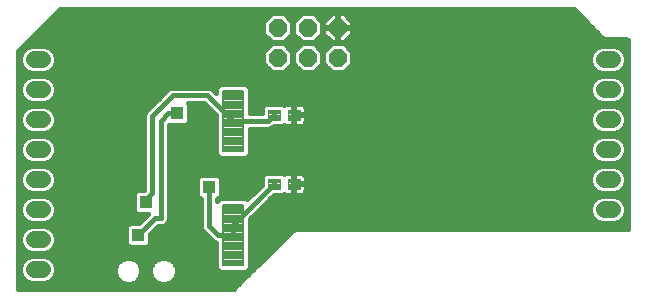
<source format=gbl>
G75*
%MOIN*%
%OFA0B0*%
%FSLAX24Y24*%
%IPPOS*%
%LPD*%
%AMOC8*
5,1,8,0,0,1.08239X$1,22.5*
%
%ADD10OC8,0.0610*%
%ADD11C,0.0560*%
%ADD12C,0.0076*%
%ADD13C,0.0039*%
%ADD14C,0.0160*%
%ADD15R,0.0436X0.0436*%
D10*
X011400Y018325D03*
X012400Y018325D03*
X013400Y018325D03*
X013400Y019325D03*
X012400Y019325D03*
X011400Y019325D03*
D11*
X003540Y018275D02*
X003260Y018275D01*
X003260Y017275D02*
X003540Y017275D01*
X003540Y016275D02*
X003260Y016275D01*
X003260Y015275D02*
X003540Y015275D01*
X003540Y014275D02*
X003260Y014275D01*
X003260Y013275D02*
X003540Y013275D01*
X003540Y012275D02*
X003260Y012275D01*
X003260Y011275D02*
X003540Y011275D01*
X022260Y013275D02*
X022540Y013275D01*
X022540Y014275D02*
X022260Y014275D01*
X022260Y015275D02*
X022540Y015275D01*
X022540Y016275D02*
X022260Y016275D01*
X022260Y017275D02*
X022540Y017275D01*
X022540Y018275D02*
X022260Y018275D01*
D12*
X010242Y017237D02*
X010242Y015213D01*
X009558Y015213D01*
X009558Y017237D01*
X010242Y017237D01*
X010242Y015288D02*
X009558Y015288D01*
X009558Y015363D02*
X010242Y015363D01*
X010242Y015438D02*
X009558Y015438D01*
X009558Y015513D02*
X010242Y015513D01*
X010242Y015588D02*
X009558Y015588D01*
X009558Y015663D02*
X010242Y015663D01*
X010242Y015738D02*
X009558Y015738D01*
X009558Y015813D02*
X010242Y015813D01*
X010242Y015888D02*
X009558Y015888D01*
X009558Y015963D02*
X010242Y015963D01*
X010242Y016038D02*
X009558Y016038D01*
X009558Y016113D02*
X010242Y016113D01*
X010242Y016188D02*
X009558Y016188D01*
X009558Y016263D02*
X010242Y016263D01*
X010242Y016338D02*
X009558Y016338D01*
X009558Y016413D02*
X010242Y016413D01*
X010242Y016488D02*
X009558Y016488D01*
X009558Y016563D02*
X010242Y016563D01*
X010242Y016638D02*
X009558Y016638D01*
X009558Y016713D02*
X010242Y016713D01*
X010242Y016788D02*
X009558Y016788D01*
X009558Y016863D02*
X010242Y016863D01*
X010242Y016938D02*
X009558Y016938D01*
X009558Y017013D02*
X010242Y017013D01*
X010242Y017088D02*
X009558Y017088D01*
X009558Y017163D02*
X010242Y017163D01*
X010242Y013437D02*
X010242Y011413D01*
X009558Y011413D01*
X009558Y013437D01*
X010242Y013437D01*
X010242Y011488D02*
X009558Y011488D01*
X009558Y011563D02*
X010242Y011563D01*
X010242Y011638D02*
X009558Y011638D01*
X009558Y011713D02*
X010242Y011713D01*
X010242Y011788D02*
X009558Y011788D01*
X009558Y011863D02*
X010242Y011863D01*
X010242Y011938D02*
X009558Y011938D01*
X009558Y012013D02*
X010242Y012013D01*
X010242Y012088D02*
X009558Y012088D01*
X009558Y012163D02*
X010242Y012163D01*
X010242Y012238D02*
X009558Y012238D01*
X009558Y012313D02*
X010242Y012313D01*
X010242Y012388D02*
X009558Y012388D01*
X009558Y012463D02*
X010242Y012463D01*
X010242Y012538D02*
X009558Y012538D01*
X009558Y012613D02*
X010242Y012613D01*
X010242Y012688D02*
X009558Y012688D01*
X009558Y012763D02*
X010242Y012763D01*
X010242Y012838D02*
X009558Y012838D01*
X009558Y012913D02*
X010242Y012913D01*
X010242Y012988D02*
X009558Y012988D01*
X009558Y013063D02*
X010242Y013063D01*
X010242Y013138D02*
X009558Y013138D01*
X009558Y013213D02*
X010242Y013213D01*
X010242Y013288D02*
X009558Y013288D01*
X009558Y013363D02*
X010242Y013363D01*
D13*
X011068Y013947D02*
X011462Y013947D01*
X011068Y013947D02*
X011068Y014303D01*
X011462Y014303D01*
X011462Y013947D01*
X011462Y013985D02*
X011068Y013985D01*
X011068Y014023D02*
X011462Y014023D01*
X011462Y014061D02*
X011068Y014061D01*
X011068Y014099D02*
X011462Y014099D01*
X011462Y014137D02*
X011068Y014137D01*
X011068Y014175D02*
X011462Y014175D01*
X011462Y014213D02*
X011068Y014213D01*
X011068Y014251D02*
X011462Y014251D01*
X011462Y014289D02*
X011068Y014289D01*
X011738Y013947D02*
X012132Y013947D01*
X011738Y013947D02*
X011738Y014303D01*
X012132Y014303D01*
X012132Y013947D01*
X012132Y013985D02*
X011738Y013985D01*
X011738Y014023D02*
X012132Y014023D01*
X012132Y014061D02*
X011738Y014061D01*
X011738Y014099D02*
X012132Y014099D01*
X012132Y014137D02*
X011738Y014137D01*
X011738Y014175D02*
X012132Y014175D01*
X012132Y014213D02*
X011738Y014213D01*
X011738Y014251D02*
X012132Y014251D01*
X012132Y014289D02*
X011738Y014289D01*
X011738Y016247D02*
X012132Y016247D01*
X011738Y016247D02*
X011738Y016603D01*
X012132Y016603D01*
X012132Y016247D01*
X012132Y016285D02*
X011738Y016285D01*
X011738Y016323D02*
X012132Y016323D01*
X012132Y016361D02*
X011738Y016361D01*
X011738Y016399D02*
X012132Y016399D01*
X012132Y016437D02*
X011738Y016437D01*
X011738Y016475D02*
X012132Y016475D01*
X012132Y016513D02*
X011738Y016513D01*
X011738Y016551D02*
X012132Y016551D01*
X012132Y016589D02*
X011738Y016589D01*
X011462Y016247D02*
X011068Y016247D01*
X011068Y016603D01*
X011462Y016603D01*
X011462Y016247D01*
X011462Y016285D02*
X011068Y016285D01*
X011068Y016323D02*
X011462Y016323D01*
X011462Y016361D02*
X011068Y016361D01*
X011068Y016399D02*
X011462Y016399D01*
X011462Y016437D02*
X011068Y016437D01*
X011068Y016475D02*
X011462Y016475D01*
X011462Y016513D02*
X011068Y016513D01*
X011068Y016551D02*
X011462Y016551D01*
X011462Y016589D02*
X011068Y016589D01*
D14*
X002781Y010606D02*
X002758Y010616D01*
X002741Y010633D01*
X002731Y010656D01*
X002730Y010669D01*
X002730Y018538D01*
X004137Y019945D01*
X021263Y019945D01*
X022120Y019088D01*
X022213Y018995D01*
X022334Y018945D01*
X023006Y018945D01*
X023019Y018944D01*
X023042Y018934D01*
X023059Y018917D01*
X023069Y018894D01*
X023070Y018881D01*
X023070Y012669D01*
X023069Y012656D01*
X023059Y012633D01*
X023042Y012616D01*
X023019Y012606D01*
X023006Y012605D01*
X011984Y012605D01*
X011863Y012555D01*
X011770Y012462D01*
X009913Y010605D01*
X002794Y010605D01*
X002781Y010606D01*
X002747Y010628D02*
X009936Y010628D01*
X010094Y010786D02*
X002730Y010786D01*
X002730Y010945D02*
X002940Y010945D01*
X002999Y010885D02*
X003168Y010815D01*
X003631Y010815D01*
X003801Y010885D01*
X003930Y011014D01*
X004000Y011183D01*
X004000Y011366D01*
X003930Y011536D01*
X003801Y011665D01*
X003631Y011735D01*
X003168Y011735D01*
X002999Y011665D01*
X002870Y011536D01*
X002800Y011366D01*
X002800Y011183D01*
X002870Y011014D01*
X002999Y010885D01*
X002833Y011103D02*
X002730Y011103D01*
X002730Y011262D02*
X002800Y011262D01*
X002822Y011420D02*
X002730Y011420D01*
X002730Y011579D02*
X002913Y011579D01*
X002730Y011737D02*
X009340Y011737D01*
X009340Y011579D02*
X007856Y011579D01*
X007838Y011596D02*
X007678Y011662D01*
X007504Y011662D01*
X007343Y011596D01*
X007220Y011473D01*
X007153Y011312D01*
X007153Y011138D01*
X007220Y010977D01*
X007343Y010854D01*
X007504Y010788D01*
X007678Y010788D01*
X007838Y010854D01*
X007961Y010977D01*
X008028Y011138D01*
X008028Y011312D01*
X007961Y011473D01*
X007838Y011596D01*
X007983Y011420D02*
X009340Y011420D01*
X009340Y011323D02*
X009468Y011195D01*
X010332Y011195D01*
X010460Y011323D01*
X010460Y012952D01*
X011256Y013748D01*
X011545Y013748D01*
X011600Y013803D01*
X011615Y013788D01*
X011661Y013762D01*
X011712Y013748D01*
X011916Y013748D01*
X011916Y014107D01*
X011953Y014107D01*
X011953Y014143D01*
X012331Y014143D01*
X012331Y014328D01*
X012318Y014379D01*
X012291Y014425D01*
X012254Y014462D01*
X012209Y014488D01*
X012158Y014502D01*
X011953Y014502D01*
X011953Y014143D01*
X011916Y014143D01*
X011916Y014502D01*
X011712Y014502D01*
X011661Y014488D01*
X011615Y014462D01*
X011600Y014447D01*
X011545Y014502D01*
X010986Y014502D01*
X010869Y014385D01*
X010869Y014096D01*
X010380Y013607D01*
X010332Y013655D01*
X009468Y013655D01*
X009360Y013547D01*
X009360Y013627D01*
X009393Y013627D01*
X009498Y013732D01*
X009498Y014318D01*
X009393Y014423D01*
X008807Y014423D01*
X008702Y014318D01*
X008702Y013732D01*
X008807Y013627D01*
X008840Y013627D01*
X008840Y012673D01*
X008880Y012578D01*
X008953Y012505D01*
X009253Y012205D01*
X009340Y012168D01*
X009340Y011323D01*
X009401Y011262D02*
X008028Y011262D01*
X008014Y011103D02*
X010411Y011103D01*
X010399Y011262D02*
X010570Y011262D01*
X010460Y011420D02*
X010728Y011420D01*
X010887Y011579D02*
X010460Y011579D01*
X010460Y011737D02*
X011045Y011737D01*
X011204Y011896D02*
X010460Y011896D01*
X010460Y012054D02*
X011362Y012054D01*
X011521Y012213D02*
X010460Y012213D01*
X010460Y012371D02*
X011679Y012371D01*
X011838Y012530D02*
X010460Y012530D01*
X010460Y012688D02*
X023070Y012688D01*
X023070Y012847D02*
X022708Y012847D01*
X022631Y012815D02*
X022801Y012885D01*
X022930Y013014D01*
X023000Y013183D01*
X023000Y013366D01*
X022930Y013536D01*
X022801Y013665D01*
X022631Y013735D01*
X022168Y013735D01*
X021999Y013665D01*
X021870Y013536D01*
X021800Y013366D01*
X021800Y013183D01*
X021870Y013014D01*
X021999Y012885D01*
X022168Y012815D01*
X022631Y012815D01*
X022921Y013005D02*
X023070Y013005D01*
X023070Y013164D02*
X022992Y013164D01*
X023000Y013322D02*
X023070Y013322D01*
X023070Y013481D02*
X022953Y013481D01*
X023070Y013639D02*
X022827Y013639D01*
X022801Y013885D02*
X022631Y013815D01*
X022168Y013815D01*
X021999Y013885D01*
X021870Y014014D01*
X021800Y014183D01*
X021800Y014366D01*
X021870Y014536D01*
X021999Y014665D01*
X022168Y014735D01*
X022631Y014735D01*
X022801Y014665D01*
X022930Y014536D01*
X023000Y014366D01*
X023000Y014183D01*
X022930Y014014D01*
X022801Y013885D01*
X022872Y013956D02*
X023070Y013956D01*
X023070Y013798D02*
X012264Y013798D01*
X012254Y013788D02*
X012291Y013825D01*
X012318Y013871D01*
X012331Y013922D01*
X012331Y014107D01*
X011953Y014107D01*
X011953Y013748D01*
X012158Y013748D01*
X012209Y013762D01*
X012254Y013788D01*
X012331Y013956D02*
X021928Y013956D01*
X021829Y014115D02*
X011953Y014115D01*
X011953Y014273D02*
X011916Y014273D01*
X011916Y014432D02*
X011953Y014432D01*
X012285Y014432D02*
X021827Y014432D01*
X021800Y014273D02*
X012331Y014273D01*
X011953Y013956D02*
X011916Y013956D01*
X011916Y013798D02*
X011953Y013798D01*
X011606Y013798D02*
X011594Y013798D01*
X011147Y013639D02*
X021973Y013639D01*
X021847Y013481D02*
X010989Y013481D01*
X010830Y013322D02*
X021800Y013322D01*
X021808Y013164D02*
X010672Y013164D01*
X010513Y013005D02*
X021879Y013005D01*
X022092Y012847D02*
X010460Y012847D01*
X009900Y012760D02*
X009900Y012425D01*
X009400Y012425D01*
X009100Y012725D01*
X009100Y014025D01*
X009498Y013956D02*
X010729Y013956D01*
X010869Y014115D02*
X009498Y014115D01*
X009498Y014273D02*
X010869Y014273D01*
X010915Y014432D02*
X007760Y014432D01*
X007760Y014590D02*
X021924Y014590D01*
X021999Y014885D02*
X022168Y014815D01*
X022631Y014815D01*
X022801Y014885D01*
X022930Y015014D01*
X023000Y015183D01*
X023000Y015366D01*
X022930Y015536D01*
X022801Y015665D01*
X022631Y015735D01*
X022168Y015735D01*
X021999Y015665D01*
X021870Y015536D01*
X021800Y015366D01*
X021800Y015183D01*
X021870Y015014D01*
X021999Y014885D01*
X021977Y014907D02*
X007760Y014907D01*
X007760Y014749D02*
X023070Y014749D01*
X023070Y014907D02*
X022823Y014907D01*
X022951Y015066D02*
X023070Y015066D01*
X023070Y015224D02*
X023000Y015224D01*
X022993Y015383D02*
X023070Y015383D01*
X023070Y015541D02*
X022925Y015541D01*
X023070Y015700D02*
X022717Y015700D01*
X022631Y015815D02*
X022801Y015885D01*
X022930Y016014D01*
X023000Y016183D01*
X023000Y016366D01*
X022930Y016536D01*
X022801Y016665D01*
X022631Y016735D01*
X022168Y016735D01*
X021999Y016665D01*
X021870Y016536D01*
X021800Y016366D01*
X021800Y016183D01*
X021870Y016014D01*
X021999Y015885D01*
X022168Y015815D01*
X022631Y015815D01*
X022735Y015858D02*
X023070Y015858D01*
X023070Y016017D02*
X022931Y016017D01*
X022996Y016175D02*
X023070Y016175D01*
X023070Y016334D02*
X023000Y016334D01*
X022948Y016492D02*
X023070Y016492D01*
X023070Y016651D02*
X022815Y016651D01*
X022801Y016885D02*
X022631Y016815D01*
X022168Y016815D01*
X021999Y016885D01*
X021870Y017014D01*
X021800Y017183D01*
X021800Y017366D01*
X021870Y017536D01*
X021999Y017665D01*
X022168Y017735D01*
X022631Y017735D01*
X022801Y017665D01*
X022930Y017536D01*
X023000Y017366D01*
X023000Y017183D01*
X022930Y017014D01*
X022801Y016885D01*
X022883Y016968D02*
X023070Y016968D01*
X023070Y017126D02*
X022976Y017126D01*
X023000Y017285D02*
X023070Y017285D01*
X023070Y017443D02*
X022968Y017443D01*
X023070Y017602D02*
X022864Y017602D01*
X023070Y017760D02*
X002730Y017760D01*
X002730Y017602D02*
X002936Y017602D01*
X002999Y017665D02*
X002870Y017536D01*
X002800Y017366D01*
X002800Y017183D01*
X002870Y017014D01*
X002999Y016885D01*
X003168Y016815D01*
X003631Y016815D01*
X003801Y016885D01*
X003930Y017014D01*
X004000Y017183D01*
X004000Y017366D01*
X003930Y017536D01*
X003801Y017665D01*
X003631Y017735D01*
X003168Y017735D01*
X002999Y017665D01*
X002999Y017885D02*
X003168Y017815D01*
X003631Y017815D01*
X003801Y017885D01*
X003930Y018014D01*
X004000Y018183D01*
X004000Y018366D01*
X003930Y018536D01*
X003801Y018665D01*
X003631Y018735D01*
X003168Y018735D01*
X002999Y018665D01*
X002870Y018536D01*
X002800Y018366D01*
X002800Y018183D01*
X002870Y018014D01*
X002999Y017885D01*
X002966Y017919D02*
X002730Y017919D01*
X002730Y018077D02*
X002844Y018077D01*
X002800Y018236D02*
X002730Y018236D01*
X002730Y018394D02*
X002811Y018394D01*
X002744Y018553D02*
X002887Y018553D01*
X002903Y018711D02*
X003111Y018711D01*
X003061Y018870D02*
X011169Y018870D01*
X011199Y018840D02*
X011601Y018840D01*
X011885Y019124D01*
X011885Y019526D01*
X011601Y019810D01*
X011199Y019810D01*
X010915Y019526D01*
X010915Y019124D01*
X011199Y018840D01*
X011199Y018810D02*
X010915Y018526D01*
X010915Y018124D01*
X011199Y017840D01*
X011601Y017840D01*
X011885Y018124D01*
X011885Y018526D01*
X011601Y018810D01*
X011199Y018810D01*
X011100Y018711D02*
X003689Y018711D01*
X003913Y018553D02*
X010941Y018553D01*
X010915Y018394D02*
X003989Y018394D01*
X004000Y018236D02*
X010915Y018236D01*
X010962Y018077D02*
X003956Y018077D01*
X003834Y017919D02*
X011120Y017919D01*
X011680Y017919D02*
X012120Y017919D01*
X012199Y017840D02*
X011915Y018124D01*
X011915Y018526D01*
X012199Y018810D01*
X012601Y018810D01*
X012885Y018526D01*
X012885Y018124D01*
X012601Y017840D01*
X012199Y017840D01*
X011962Y018077D02*
X011838Y018077D01*
X011885Y018236D02*
X011915Y018236D01*
X011915Y018394D02*
X011885Y018394D01*
X011859Y018553D02*
X011941Y018553D01*
X012100Y018711D02*
X011700Y018711D01*
X011631Y018870D02*
X012169Y018870D01*
X012199Y018840D02*
X011915Y019124D01*
X011915Y019526D01*
X012199Y019810D01*
X012601Y019810D01*
X012885Y019526D01*
X012885Y019124D01*
X012601Y018840D01*
X012199Y018840D01*
X012011Y019028D02*
X011789Y019028D01*
X011885Y019187D02*
X011915Y019187D01*
X011915Y019345D02*
X011885Y019345D01*
X011885Y019504D02*
X011915Y019504D01*
X012051Y019662D02*
X011749Y019662D01*
X011051Y019662D02*
X003854Y019662D01*
X004012Y019821D02*
X021388Y019821D01*
X021546Y019662D02*
X013749Y019662D01*
X013885Y019526D02*
X013601Y019810D01*
X013414Y019810D01*
X013414Y019339D01*
X013885Y019339D01*
X013885Y019526D01*
X013885Y019504D02*
X021705Y019504D01*
X021863Y019345D02*
X013885Y019345D01*
X013885Y019311D02*
X013414Y019311D01*
X013414Y019339D01*
X013386Y019339D01*
X013386Y019810D01*
X013199Y019810D01*
X012915Y019526D01*
X012915Y019339D01*
X013386Y019339D01*
X013386Y019311D01*
X013414Y019311D01*
X013414Y018840D01*
X013601Y018840D01*
X013885Y019124D01*
X013885Y019311D01*
X013885Y019187D02*
X022022Y019187D01*
X022120Y019088D02*
X022120Y019088D01*
X022180Y019028D02*
X013789Y019028D01*
X013631Y018870D02*
X023070Y018870D01*
X023070Y018711D02*
X022689Y018711D01*
X022631Y018735D02*
X022168Y018735D01*
X021999Y018665D01*
X021870Y018536D01*
X021800Y018366D01*
X021800Y018183D01*
X021870Y018014D01*
X021999Y017885D01*
X022168Y017815D01*
X022631Y017815D01*
X022801Y017885D01*
X022930Y018014D01*
X023000Y018183D01*
X023000Y018366D01*
X022930Y018536D01*
X022801Y018665D01*
X022631Y018735D01*
X022913Y018553D02*
X023070Y018553D01*
X023070Y018394D02*
X022989Y018394D01*
X023000Y018236D02*
X023070Y018236D01*
X023070Y018077D02*
X022956Y018077D01*
X023070Y017919D02*
X022834Y017919D01*
X021966Y017919D02*
X013680Y017919D01*
X013601Y017840D02*
X013885Y018124D01*
X013885Y018526D01*
X013601Y018810D01*
X013199Y018810D01*
X012915Y018526D01*
X012915Y018124D01*
X013199Y017840D01*
X013601Y017840D01*
X013838Y018077D02*
X021844Y018077D01*
X021800Y018236D02*
X013885Y018236D01*
X013885Y018394D02*
X021811Y018394D01*
X021887Y018553D02*
X013859Y018553D01*
X013700Y018711D02*
X022111Y018711D01*
X021936Y017602D02*
X003864Y017602D01*
X003968Y017443D02*
X009456Y017443D01*
X009468Y017455D02*
X009340Y017327D01*
X009340Y017153D01*
X009270Y017222D01*
X009270Y017222D01*
X009197Y017295D01*
X009102Y017335D01*
X007848Y017335D01*
X007753Y017295D01*
X007680Y017222D01*
X006980Y016522D01*
X006940Y016427D01*
X006940Y013933D01*
X006930Y013923D01*
X006707Y013923D01*
X006602Y013818D01*
X006602Y013232D01*
X006707Y013127D01*
X007084Y013127D01*
X006780Y012823D01*
X006457Y012823D01*
X006352Y012718D01*
X006352Y012132D01*
X006457Y012027D01*
X007043Y012027D01*
X007148Y012132D01*
X007148Y012455D01*
X007408Y012715D01*
X007552Y012715D01*
X007647Y012755D01*
X007720Y012828D01*
X007760Y012923D01*
X007760Y016077D01*
X008343Y016077D01*
X008448Y016182D01*
X008448Y016768D01*
X008401Y016815D01*
X008942Y016815D01*
X009340Y016417D01*
X009340Y015123D01*
X009468Y014995D01*
X010332Y014995D01*
X010460Y015123D01*
X010460Y015965D01*
X011117Y015965D01*
X011213Y016005D01*
X011256Y016048D01*
X011545Y016048D01*
X011600Y016103D01*
X011615Y016088D01*
X011661Y016062D01*
X011712Y016048D01*
X011916Y016048D01*
X011916Y016407D01*
X011953Y016407D01*
X011953Y016443D01*
X012331Y016443D01*
X012331Y016628D01*
X012318Y016679D01*
X012291Y016725D01*
X012254Y016762D01*
X012209Y016788D01*
X012158Y016802D01*
X011953Y016802D01*
X011953Y016443D01*
X011916Y016443D01*
X011916Y016802D01*
X011712Y016802D01*
X011661Y016788D01*
X011615Y016762D01*
X011600Y016747D01*
X011545Y016802D01*
X010986Y016802D01*
X010869Y016685D01*
X010869Y016485D01*
X010460Y016485D01*
X010460Y017327D01*
X010332Y017455D01*
X009468Y017455D01*
X009340Y017285D02*
X009208Y017285D01*
X009050Y017075D02*
X007900Y017075D01*
X007200Y016375D01*
X007200Y013825D01*
X007000Y013625D01*
X007000Y013525D01*
X006602Y013481D02*
X003953Y013481D01*
X003930Y013536D02*
X004000Y013366D01*
X004000Y013183D01*
X003930Y013014D01*
X003801Y012885D01*
X003631Y012815D01*
X003168Y012815D01*
X002999Y012885D01*
X002870Y013014D01*
X002800Y013183D01*
X002800Y013366D01*
X002870Y013536D01*
X002999Y013665D01*
X003168Y013735D01*
X003631Y013735D01*
X003801Y013665D01*
X003930Y013536D01*
X003827Y013639D02*
X006602Y013639D01*
X006602Y013798D02*
X002730Y013798D01*
X002730Y013956D02*
X002928Y013956D01*
X002870Y014014D02*
X002999Y013885D01*
X003168Y013815D01*
X003631Y013815D01*
X003801Y013885D01*
X003930Y014014D01*
X004000Y014183D01*
X004000Y014366D01*
X003930Y014536D01*
X003801Y014665D01*
X003631Y014735D01*
X003168Y014735D01*
X002999Y014665D01*
X002870Y014536D01*
X002800Y014366D01*
X002800Y014183D01*
X002870Y014014D01*
X002829Y014115D02*
X002730Y014115D01*
X002730Y014273D02*
X002800Y014273D01*
X002827Y014432D02*
X002730Y014432D01*
X002730Y014590D02*
X002924Y014590D01*
X002730Y014749D02*
X006940Y014749D01*
X006940Y014907D02*
X003823Y014907D01*
X003801Y014885D02*
X003930Y015014D01*
X004000Y015183D01*
X004000Y015366D01*
X003930Y015536D01*
X003801Y015665D01*
X003631Y015735D01*
X003168Y015735D01*
X002999Y015665D01*
X002870Y015536D01*
X002800Y015366D01*
X002800Y015183D01*
X002870Y015014D01*
X002999Y014885D01*
X003168Y014815D01*
X003631Y014815D01*
X003801Y014885D01*
X003951Y015066D02*
X006940Y015066D01*
X006940Y015224D02*
X004000Y015224D01*
X003993Y015383D02*
X006940Y015383D01*
X006940Y015541D02*
X003925Y015541D01*
X003717Y015700D02*
X006940Y015700D01*
X006940Y015858D02*
X003735Y015858D01*
X003801Y015885D02*
X003930Y016014D01*
X004000Y016183D01*
X004000Y016366D01*
X003930Y016536D01*
X003801Y016665D01*
X003631Y016735D01*
X003168Y016735D01*
X002999Y016665D01*
X002870Y016536D01*
X002800Y016366D01*
X002800Y016183D01*
X002870Y016014D01*
X002999Y015885D01*
X003168Y015815D01*
X003631Y015815D01*
X003801Y015885D01*
X003931Y016017D02*
X006940Y016017D01*
X006940Y016175D02*
X003996Y016175D01*
X004000Y016334D02*
X006940Y016334D01*
X006967Y016492D02*
X003948Y016492D01*
X003815Y016651D02*
X007108Y016651D01*
X007266Y016809D02*
X002730Y016809D01*
X002730Y016651D02*
X002985Y016651D01*
X002852Y016492D02*
X002730Y016492D01*
X002730Y016334D02*
X002800Y016334D01*
X002804Y016175D02*
X002730Y016175D01*
X002730Y016017D02*
X002869Y016017D01*
X002730Y015858D02*
X003065Y015858D01*
X003083Y015700D02*
X002730Y015700D01*
X002730Y015541D02*
X002875Y015541D01*
X002807Y015383D02*
X002730Y015383D01*
X002730Y015224D02*
X002800Y015224D01*
X002849Y015066D02*
X002730Y015066D01*
X002730Y014907D02*
X002977Y014907D01*
X003876Y014590D02*
X006940Y014590D01*
X006940Y014432D02*
X003973Y014432D01*
X004000Y014273D02*
X006940Y014273D01*
X006940Y014115D02*
X003971Y014115D01*
X003872Y013956D02*
X006940Y013956D01*
X006602Y013322D02*
X004000Y013322D01*
X003992Y013164D02*
X006671Y013164D01*
X006962Y013005D02*
X003921Y013005D01*
X003708Y012847D02*
X006804Y012847D01*
X007222Y012530D02*
X008928Y012530D01*
X008840Y012688D02*
X007381Y012688D01*
X007300Y012975D02*
X006750Y012425D01*
X007148Y012371D02*
X009086Y012371D01*
X009245Y012213D02*
X007148Y012213D01*
X007070Y012054D02*
X009340Y012054D01*
X009340Y011896D02*
X003811Y011896D01*
X003801Y011885D02*
X003930Y012014D01*
X004000Y012183D01*
X004000Y012366D01*
X003930Y012536D01*
X003801Y012665D01*
X003631Y012735D01*
X003168Y012735D01*
X002999Y012665D01*
X002870Y012536D01*
X002800Y012366D01*
X002800Y012183D01*
X002870Y012014D01*
X002999Y011885D01*
X003168Y011815D01*
X003631Y011815D01*
X003801Y011885D01*
X003946Y012054D02*
X006430Y012054D01*
X006352Y012213D02*
X004000Y012213D01*
X003998Y012371D02*
X006352Y012371D01*
X006352Y012530D02*
X003932Y012530D01*
X003745Y012688D02*
X006352Y012688D01*
X007300Y012975D02*
X007500Y012975D01*
X007500Y016225D01*
X007750Y016475D01*
X008050Y016475D01*
X008448Y016492D02*
X009265Y016492D01*
X009340Y016334D02*
X008448Y016334D01*
X008441Y016175D02*
X009340Y016175D01*
X009340Y016017D02*
X007760Y016017D01*
X007760Y015858D02*
X009340Y015858D01*
X009340Y015700D02*
X007760Y015700D01*
X007760Y015541D02*
X009340Y015541D01*
X009340Y015383D02*
X007760Y015383D01*
X007760Y015224D02*
X009340Y015224D01*
X009397Y015066D02*
X007760Y015066D01*
X007760Y014273D02*
X008702Y014273D01*
X008702Y014115D02*
X007760Y014115D01*
X007760Y013956D02*
X008702Y013956D01*
X008702Y013798D02*
X007760Y013798D01*
X007760Y013639D02*
X008795Y013639D01*
X008840Y013481D02*
X007760Y013481D01*
X007760Y013322D02*
X008840Y013322D01*
X008840Y013164D02*
X007760Y013164D01*
X007760Y013005D02*
X008840Y013005D01*
X008840Y012847D02*
X007728Y012847D01*
X006657Y011596D02*
X006496Y011662D01*
X006322Y011662D01*
X006162Y011596D01*
X006039Y011473D01*
X005972Y011312D01*
X005972Y011138D01*
X006039Y010977D01*
X006162Y010854D01*
X006322Y010788D01*
X006496Y010788D01*
X006657Y010854D01*
X006780Y010977D01*
X006847Y011138D01*
X006847Y011312D01*
X006780Y011473D01*
X006657Y011596D01*
X006675Y011579D02*
X007325Y011579D01*
X007198Y011420D02*
X006802Y011420D01*
X006847Y011262D02*
X007153Y011262D01*
X007168Y011103D02*
X006832Y011103D01*
X006748Y010945D02*
X007252Y010945D01*
X007929Y010945D02*
X010253Y010945D01*
X009900Y012760D02*
X011265Y014125D01*
X010570Y013798D02*
X009498Y013798D01*
X009452Y013639D02*
X009405Y013639D01*
X010348Y013639D02*
X010412Y013639D01*
X010403Y015066D02*
X021849Y015066D01*
X021800Y015224D02*
X010460Y015224D01*
X010460Y015383D02*
X021807Y015383D01*
X021875Y015541D02*
X010460Y015541D01*
X010460Y015700D02*
X022083Y015700D01*
X022065Y015858D02*
X010460Y015858D01*
X009900Y016225D02*
X009050Y017075D01*
X008948Y016809D02*
X008407Y016809D01*
X008448Y016651D02*
X009107Y016651D01*
X009900Y016225D02*
X011065Y016225D01*
X011265Y016425D01*
X010869Y016492D02*
X010460Y016492D01*
X010460Y016651D02*
X010869Y016651D01*
X010460Y016809D02*
X023070Y016809D01*
X021985Y016651D02*
X012325Y016651D01*
X012331Y016492D02*
X021852Y016492D01*
X021800Y016334D02*
X012331Y016334D01*
X012331Y016407D02*
X012331Y016222D01*
X012318Y016171D01*
X012291Y016125D01*
X012254Y016088D01*
X012209Y016062D01*
X012158Y016048D01*
X011953Y016048D01*
X011953Y016407D01*
X012331Y016407D01*
X012319Y016175D02*
X021804Y016175D01*
X021869Y016017D02*
X011225Y016017D01*
X011916Y016175D02*
X011953Y016175D01*
X011953Y016334D02*
X011916Y016334D01*
X011916Y016492D02*
X011953Y016492D01*
X011953Y016651D02*
X011916Y016651D01*
X012680Y017919D02*
X013120Y017919D01*
X012962Y018077D02*
X012838Y018077D01*
X012885Y018236D02*
X012915Y018236D01*
X012915Y018394D02*
X012885Y018394D01*
X012859Y018553D02*
X012941Y018553D01*
X013100Y018711D02*
X012700Y018711D01*
X012631Y018870D02*
X013169Y018870D01*
X013199Y018840D02*
X013386Y018840D01*
X013386Y019311D01*
X012915Y019311D01*
X012915Y019124D01*
X013199Y018840D01*
X013386Y018870D02*
X013414Y018870D01*
X013414Y019028D02*
X013386Y019028D01*
X013386Y019187D02*
X013414Y019187D01*
X013414Y019345D02*
X013386Y019345D01*
X013386Y019504D02*
X013414Y019504D01*
X013414Y019662D02*
X013386Y019662D01*
X013051Y019662D02*
X012749Y019662D01*
X012885Y019504D02*
X012915Y019504D01*
X012915Y019345D02*
X012885Y019345D01*
X012885Y019187D02*
X012915Y019187D01*
X013011Y019028D02*
X012789Y019028D01*
X011011Y019028D02*
X003220Y019028D01*
X003378Y019187D02*
X010915Y019187D01*
X010915Y019345D02*
X003537Y019345D01*
X003695Y019504D02*
X010915Y019504D01*
X010344Y017443D02*
X021832Y017443D01*
X021800Y017285D02*
X010460Y017285D01*
X010460Y017126D02*
X021824Y017126D01*
X021917Y016968D02*
X010460Y016968D01*
X007742Y017285D02*
X004000Y017285D01*
X003976Y017126D02*
X007583Y017126D01*
X007425Y016968D02*
X003883Y016968D01*
X002917Y016968D02*
X002730Y016968D01*
X002730Y017126D02*
X002824Y017126D01*
X002800Y017285D02*
X002730Y017285D01*
X002730Y017443D02*
X002832Y017443D01*
X002730Y013639D02*
X002973Y013639D01*
X002847Y013481D02*
X002730Y013481D01*
X002730Y013322D02*
X002800Y013322D01*
X002808Y013164D02*
X002730Y013164D01*
X002730Y013005D02*
X002879Y013005D01*
X002730Y012847D02*
X003092Y012847D01*
X003055Y012688D02*
X002730Y012688D01*
X002730Y012530D02*
X002868Y012530D01*
X002802Y012371D02*
X002730Y012371D01*
X002730Y012213D02*
X002800Y012213D01*
X002854Y012054D02*
X002730Y012054D01*
X002730Y011896D02*
X002989Y011896D01*
X003887Y011579D02*
X006144Y011579D01*
X006017Y011420D02*
X003978Y011420D01*
X004000Y011262D02*
X005972Y011262D01*
X005986Y011103D02*
X003967Y011103D01*
X003860Y010945D02*
X006071Y010945D01*
X022971Y014115D02*
X023070Y014115D01*
X023070Y014273D02*
X023000Y014273D01*
X022973Y014432D02*
X023070Y014432D01*
X023070Y014590D02*
X022876Y014590D01*
D15*
X009100Y014025D03*
X007000Y013525D03*
X006750Y012425D03*
X008050Y016475D03*
M02*

</source>
